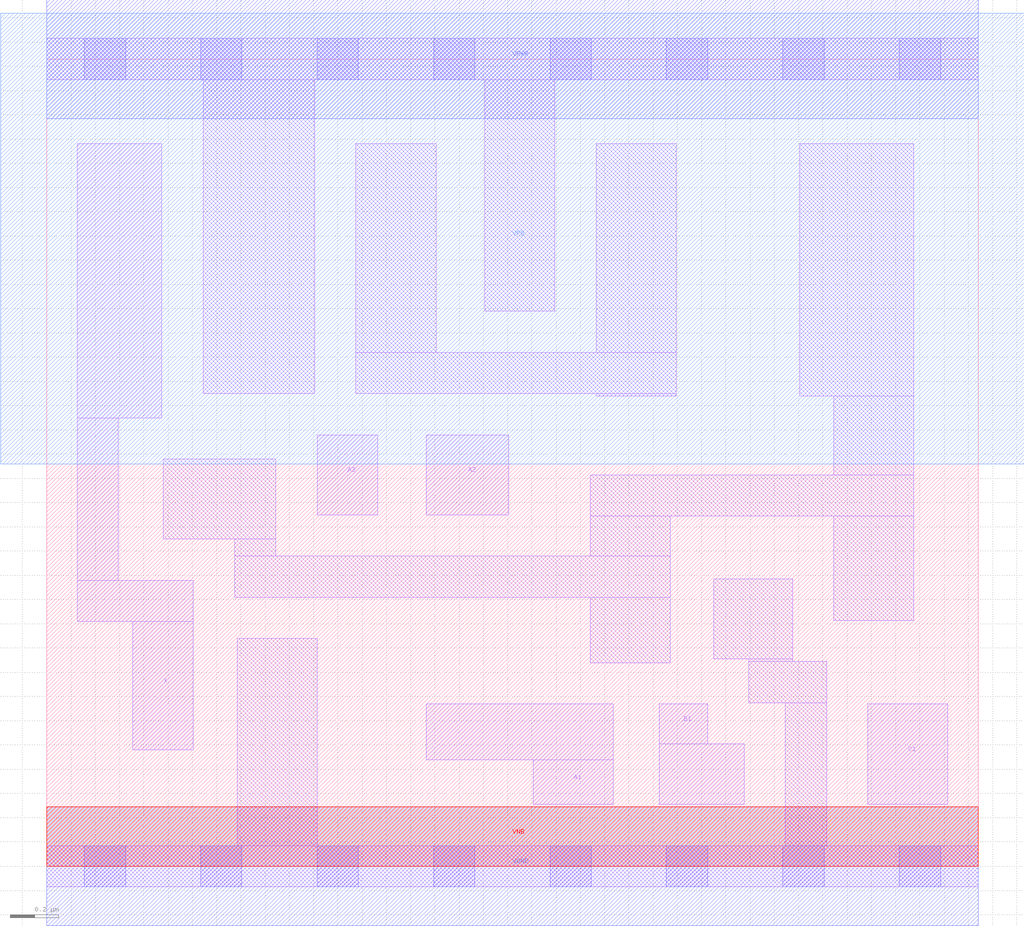
<source format=lef>
# Copyright 2020 The SkyWater PDK Authors
#
# Licensed under the Apache License, Version 2.0 (the "License");
# you may not use this file except in compliance with the License.
# You may obtain a copy of the License at
#
#     https://www.apache.org/licenses/LICENSE-2.0
#
# Unless required by applicable law or agreed to in writing, software
# distributed under the License is distributed on an "AS IS" BASIS,
# WITHOUT WARRANTIES OR CONDITIONS OF ANY KIND, either express or implied.
# See the License for the specific language governing permissions and
# limitations under the License.
#
# SPDX-License-Identifier: Apache-2.0

VERSION 5.7 ;
  NOWIREEXTENSIONATPIN ON ;
  DIVIDERCHAR "/" ;
  BUSBITCHARS "[]" ;
MACRO sky130_fd_sc_ls__a311o_1
  CLASS CORE ;
  FOREIGN sky130_fd_sc_ls__a311o_1 ;
  ORIGIN  0.000000  0.000000 ;
  SIZE  3.840000 BY  3.330000 ;
  SYMMETRY X Y ;
  SITE unit ;
  PIN A1
    ANTENNAGATEAREA  0.246000 ;
    DIRECTION INPUT ;
    USE SIGNAL ;
    PORT
      LAYER li1 ;
        RECT 1.565000 0.440000 2.335000 0.670000 ;
        RECT 2.005000 0.255000 2.335000 0.440000 ;
    END
  END A1
  PIN A2
    ANTENNAGATEAREA  0.246000 ;
    DIRECTION INPUT ;
    USE SIGNAL ;
    PORT
      LAYER li1 ;
        RECT 1.565000 1.450000 1.905000 1.780000 ;
    END
  END A2
  PIN A3
    ANTENNAGATEAREA  0.246000 ;
    DIRECTION INPUT ;
    USE SIGNAL ;
    PORT
      LAYER li1 ;
        RECT 1.115000 1.450000 1.365000 1.780000 ;
    END
  END A3
  PIN B1
    ANTENNAGATEAREA  0.246000 ;
    DIRECTION INPUT ;
    USE SIGNAL ;
    PORT
      LAYER li1 ;
        RECT 2.525000 0.255000 2.875000 0.505000 ;
        RECT 2.525000 0.505000 2.725000 0.670000 ;
    END
  END B1
  PIN C1
    ANTENNAGATEAREA  0.246000 ;
    DIRECTION INPUT ;
    USE SIGNAL ;
    PORT
      LAYER li1 ;
        RECT 3.385000 0.255000 3.715000 0.670000 ;
    END
  END C1
  PIN VNB
    PORT
      LAYER pwell ;
        RECT 0.000000 0.000000 3.840000 0.245000 ;
    END
  END VNB
  PIN VPB
    PORT
      LAYER nwell ;
        RECT -0.190000 1.660000 4.030000 3.520000 ;
    END
  END VPB
  PIN X
    ANTENNADIFFAREA  0.504100 ;
    DIRECTION OUTPUT ;
    USE SIGNAL ;
    PORT
      LAYER li1 ;
        RECT 0.125000 1.010000 0.605000 1.180000 ;
        RECT 0.125000 1.180000 0.295000 1.850000 ;
        RECT 0.125000 1.850000 0.475000 2.980000 ;
        RECT 0.355000 0.480000 0.605000 1.010000 ;
    END
  END X
  PIN VGND
    DIRECTION INOUT ;
    SHAPE ABUTMENT ;
    USE GROUND ;
    PORT
      LAYER met1 ;
        RECT 0.000000 -0.245000 3.840000 0.245000 ;
    END
  END VGND
  PIN VPWR
    DIRECTION INOUT ;
    SHAPE ABUTMENT ;
    USE POWER ;
    PORT
      LAYER met1 ;
        RECT 0.000000 3.085000 3.840000 3.575000 ;
    END
  END VPWR
  OBS
    LAYER li1 ;
      RECT 0.000000 -0.085000 3.840000 0.085000 ;
      RECT 0.000000  3.245000 3.840000 3.415000 ;
      RECT 0.480000  1.350000 0.945000 1.680000 ;
      RECT 0.645000  1.950000 1.105000 3.245000 ;
      RECT 0.775000  1.110000 2.570000 1.280000 ;
      RECT 0.775000  1.280000 0.945000 1.350000 ;
      RECT 0.785000  0.085000 1.115000 0.940000 ;
      RECT 1.275000  1.950000 2.595000 2.120000 ;
      RECT 1.275000  2.120000 1.605000 2.980000 ;
      RECT 1.805000  2.290000 2.095000 3.245000 ;
      RECT 2.240000  0.840000 2.570000 1.110000 ;
      RECT 2.240000  1.280000 2.570000 1.445000 ;
      RECT 2.240000  1.445000 3.575000 1.615000 ;
      RECT 2.265000  1.940000 2.595000 1.950000 ;
      RECT 2.265000  2.120000 2.595000 2.980000 ;
      RECT 2.750000  0.855000 3.075000 1.185000 ;
      RECT 2.895000  0.675000 3.215000 0.845000 ;
      RECT 2.895000  0.845000 3.075000 0.855000 ;
      RECT 3.045000  0.085000 3.215000 0.675000 ;
      RECT 3.105000  1.940000 3.575000 2.980000 ;
      RECT 3.245000  1.015000 3.575000 1.445000 ;
      RECT 3.245000  1.615000 3.575000 1.940000 ;
    LAYER mcon ;
      RECT 0.155000 -0.085000 0.325000 0.085000 ;
      RECT 0.155000  3.245000 0.325000 3.415000 ;
      RECT 0.635000 -0.085000 0.805000 0.085000 ;
      RECT 0.635000  3.245000 0.805000 3.415000 ;
      RECT 1.115000 -0.085000 1.285000 0.085000 ;
      RECT 1.115000  3.245000 1.285000 3.415000 ;
      RECT 1.595000 -0.085000 1.765000 0.085000 ;
      RECT 1.595000  3.245000 1.765000 3.415000 ;
      RECT 2.075000 -0.085000 2.245000 0.085000 ;
      RECT 2.075000  3.245000 2.245000 3.415000 ;
      RECT 2.555000 -0.085000 2.725000 0.085000 ;
      RECT 2.555000  3.245000 2.725000 3.415000 ;
      RECT 3.035000 -0.085000 3.205000 0.085000 ;
      RECT 3.035000  3.245000 3.205000 3.415000 ;
      RECT 3.515000 -0.085000 3.685000 0.085000 ;
      RECT 3.515000  3.245000 3.685000 3.415000 ;
  END
END sky130_fd_sc_ls__a311o_1
END LIBRARY

</source>
